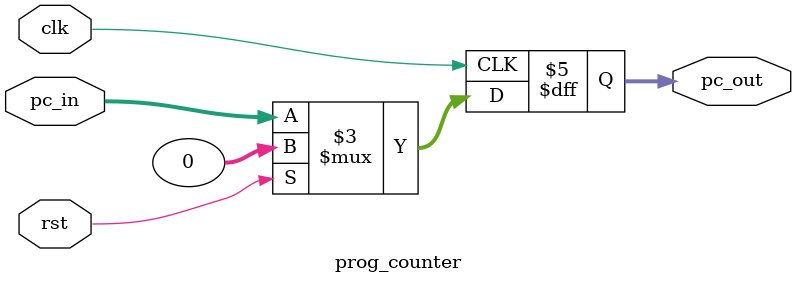
<source format=v>
module prog_counter(
input wire clk,
input wire rst,
input wire [31:0] pc_in,
output reg [31:0] pc_out
    );
// this program counter will just pass the input pc addr back to output
// while the actual incrementation is done in the Fetch module itself this PC serves as a 
// means of handling branching of instructions by providing them as input which can be controlled 
// by using a mux and the 'branch' control signal  
 always@(posedge clk)begin
    if(rst) begin
      pc_out<=32'b0;
    end
    else begin
     pc_out<=pc_in;
    end
 end
endmodule

</source>
